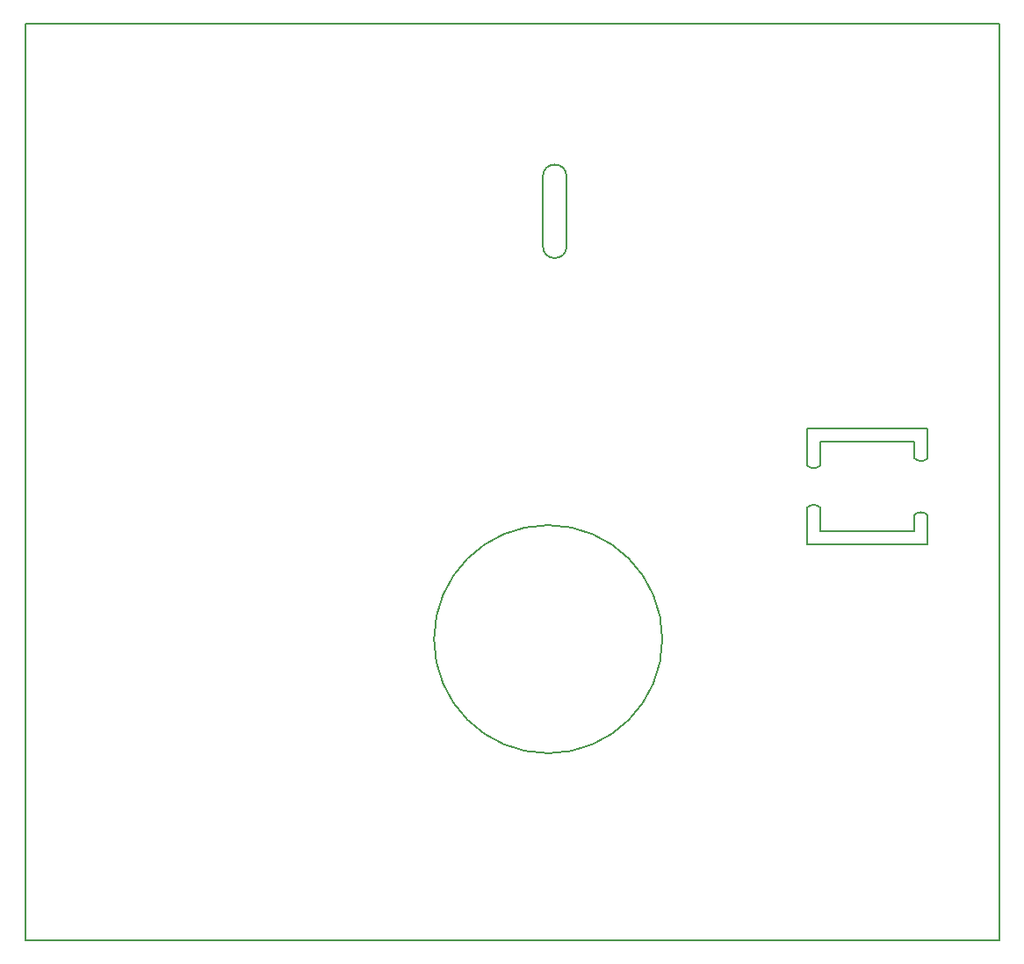
<source format=gm1>
G04 #@! TF.GenerationSoftware,KiCad,Pcbnew,5.0.2-5.fc29*
G04 #@! TF.CreationDate,2019-08-22T23:49:55+02:00*
G04 #@! TF.ProjectId,backplane,6261636b-706c-4616-9e65-2e6b69636164,v2.1-1*
G04 #@! TF.SameCoordinates,Original*
G04 #@! TF.FileFunction,Profile,NP*
%FSLAX46Y46*%
G04 Gerber Fmt 4.6, Leading zero omitted, Abs format (unit mm)*
G04 Created by KiCad (PCBNEW 5.0.2-5.fc29) date Thu 22 Aug 2019 11:49:55 PM CEST*
%MOMM*%
%LPD*%
G01*
G04 APERTURE LIST*
%ADD10C,0.150000*%
G04 APERTURE END LIST*
D10*
X167640000Y-86995000D02*
G75*
G02X165354000Y-86995000I-1143000J0D01*
G01*
X167640000Y-80264000D02*
X167640000Y-86995000D01*
X165354000Y-80264000D02*
G75*
G02X167640000Y-80264000I1143000J0D01*
G01*
X165354000Y-80264000D02*
X165354000Y-86995000D01*
X176862000Y-124890000D02*
G75*
G03X176862000Y-124890000I-11000000J0D01*
G01*
X202438000Y-104578000D02*
X202438000Y-107442000D01*
X201168000Y-105848000D02*
X201168000Y-107442000D01*
X202438000Y-112903000D02*
X202438000Y-115754000D01*
X201168000Y-112903000D02*
X201168000Y-114484000D01*
X190827000Y-108134000D02*
X190827000Y-104578000D01*
X192097000Y-105848000D02*
X192097000Y-108134000D01*
X190827000Y-112198000D02*
X190827000Y-115754000D01*
X192097000Y-114484000D02*
X192097000Y-112198000D01*
X192097000Y-112198000D02*
G75*
G03X190827000Y-112198000I-635000J-635000D01*
G01*
X190827000Y-108134000D02*
G75*
G03X192097000Y-108134000I635000J635000D01*
G01*
X202438000Y-112903000D02*
G75*
G03X201168000Y-112903000I-635000J-635000D01*
G01*
X201168000Y-107442000D02*
G75*
G03X202438000Y-107442000I635000J635000D01*
G01*
X190827000Y-104578000D02*
X202438000Y-104578000D01*
X202438000Y-115754000D02*
X190827000Y-115754000D01*
X201168000Y-114484000D02*
X192097000Y-114484000D01*
X192605000Y-105848000D02*
X192097000Y-105848000D01*
X201168000Y-105848000D02*
X192605000Y-105848000D01*
X209343000Y-153924000D02*
X202438000Y-153924000D01*
X209343000Y-65532000D02*
X209343000Y-153924000D01*
X115443000Y-65532000D02*
X209343000Y-65532000D01*
X115443000Y-153924000D02*
X115443000Y-65532000D01*
X193548000Y-153924000D02*
X115443000Y-153924000D01*
X193548000Y-153924000D02*
X202438000Y-153924000D01*
M02*

</source>
